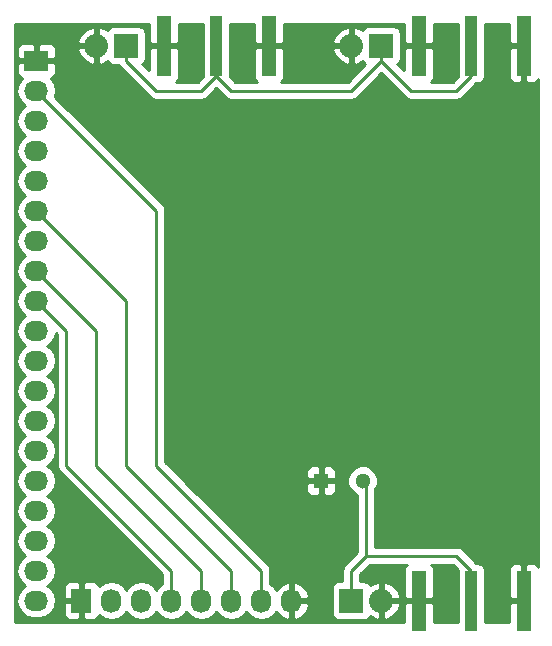
<source format=gtl>
G04 #@! TF.FileFunction,Copper,L1,Top,Signal*
%FSLAX46Y46*%
G04 Gerber Fmt 4.6, Leading zero omitted, Abs format (unit mm)*
G04 Created by KiCad (PCBNEW 4.0.4+e1-6308~48~ubuntu16.04.1-stable) date Fri Nov  4 19:44:09 2016*
%MOMM*%
%LPD*%
G01*
G04 APERTURE LIST*
%ADD10C,0.100000*%
%ADD11R,2.032000X2.032000*%
%ADD12O,2.032000X2.032000*%
%ADD13R,1.727200X2.032000*%
%ADD14O,1.727200X2.032000*%
%ADD15R,1.270000X5.080000*%
%ADD16R,1.016000X5.080000*%
%ADD17R,2.032000X1.727200*%
%ADD18O,2.032000X1.727200*%
%ADD19C,1.300000*%
%ADD20R,1.300000X1.300000*%
%ADD21C,0.250000*%
%ADD22C,0.254000*%
G04 APERTURE END LIST*
D10*
D11*
X87630000Y-134620000D03*
D12*
X90170000Y-134620000D03*
D13*
X64770000Y-134620000D03*
D14*
X67310000Y-134620000D03*
X69850000Y-134620000D03*
X72390000Y-134620000D03*
X74930000Y-134620000D03*
X77470000Y-134620000D03*
X80010000Y-134620000D03*
X82550000Y-134620000D03*
D15*
X93345000Y-134620000D03*
X102235000Y-134620000D03*
D16*
X97790000Y-134620000D03*
D11*
X68580000Y-87630000D03*
D12*
X66040000Y-87630000D03*
D11*
X90170000Y-87630000D03*
D12*
X87630000Y-87630000D03*
D15*
X102235000Y-87630000D03*
X93345000Y-87630000D03*
D16*
X97790000Y-87630000D03*
D15*
X80645000Y-87630000D03*
X71755000Y-87630000D03*
D16*
X76200000Y-87630000D03*
D17*
X60960000Y-88900000D03*
D18*
X60960000Y-91440000D03*
X60960000Y-93980000D03*
X60960000Y-96520000D03*
X60960000Y-99060000D03*
X60960000Y-101600000D03*
X60960000Y-104140000D03*
X60960000Y-106680000D03*
X60960000Y-109220000D03*
X60960000Y-111760000D03*
X60960000Y-114300000D03*
X60960000Y-116840000D03*
X60960000Y-119380000D03*
X60960000Y-121920000D03*
X60960000Y-124460000D03*
X60960000Y-127000000D03*
X60960000Y-129540000D03*
X60960000Y-132080000D03*
X60960000Y-134620000D03*
D19*
X88590000Y-124460000D03*
D20*
X85090000Y-124460000D03*
D21*
X60960000Y-91440000D02*
X71120000Y-101600000D01*
X71120000Y-101600000D02*
X71120000Y-123190000D01*
X80010000Y-132080000D02*
X80010000Y-134620000D01*
X71120000Y-123190000D02*
X80010000Y-132080000D01*
X60960000Y-101600000D02*
X68580000Y-109220000D01*
X68580000Y-109220000D02*
X68580000Y-123190000D01*
X77470000Y-132080000D02*
X77470000Y-134620000D01*
X68580000Y-123190000D02*
X77470000Y-132080000D01*
X60960000Y-106680000D02*
X64770000Y-110490000D01*
X64770000Y-110490000D02*
X66040000Y-111760000D01*
X74930000Y-132080000D02*
X74930000Y-134620000D01*
X66040000Y-123190000D02*
X74930000Y-132080000D01*
X66040000Y-111760000D02*
X66040000Y-123190000D01*
X72390000Y-132080000D02*
X72390000Y-134620000D01*
X63500000Y-123190000D02*
X72390000Y-132080000D01*
X60960000Y-109220000D02*
X63500000Y-111760000D01*
X63500000Y-111760000D02*
X63500000Y-123190000D01*
X96520000Y-91440000D02*
X97790000Y-90170000D01*
X92710000Y-91440000D02*
X96520000Y-91440000D01*
X76200000Y-90170000D02*
X77470000Y-91440000D01*
X77470000Y-91440000D02*
X87630000Y-91440000D01*
X71120000Y-91440000D02*
X74930000Y-91440000D01*
X74930000Y-91440000D02*
X76200000Y-90170000D01*
X90170000Y-87630000D02*
X90170000Y-88900000D01*
X90170000Y-88900000D02*
X92710000Y-91440000D01*
X97790000Y-90170000D02*
X97790000Y-87630000D01*
X76200000Y-87630000D02*
X76200000Y-90170000D01*
X87630000Y-91440000D02*
X90170000Y-88900000D01*
X68580000Y-87630000D02*
X68580000Y-88900000D01*
X68580000Y-88900000D02*
X71120000Y-91440000D01*
X88900000Y-130810000D02*
X88900000Y-124770000D01*
X88900000Y-124770000D02*
X88590000Y-124460000D01*
X87630000Y-134620000D02*
X87630000Y-132080000D01*
X96520000Y-130810000D02*
X97790000Y-132080000D01*
X88900000Y-130810000D02*
X96520000Y-130810000D01*
X87630000Y-132080000D02*
X88900000Y-130810000D01*
X97790000Y-132080000D02*
X97790000Y-134620000D01*
D22*
G36*
X70485000Y-87344250D02*
X70643750Y-87503000D01*
X71628000Y-87503000D01*
X71628000Y-87483000D01*
X71882000Y-87483000D01*
X71882000Y-87503000D01*
X72866250Y-87503000D01*
X73025000Y-87344250D01*
X73025000Y-85800000D01*
X75044560Y-85800000D01*
X75044560Y-90170000D01*
X75057330Y-90237868D01*
X74615198Y-90680000D01*
X72778025Y-90680000D01*
X72928327Y-90529699D01*
X73025000Y-90296310D01*
X73025000Y-87915750D01*
X72866250Y-87757000D01*
X71882000Y-87757000D01*
X71882000Y-87777000D01*
X71628000Y-87777000D01*
X71628000Y-87757000D01*
X70643750Y-87757000D01*
X70485000Y-87915750D01*
X70485000Y-89730198D01*
X69936366Y-89181564D01*
X70047441Y-89110090D01*
X70192431Y-88897890D01*
X70243440Y-88646000D01*
X70243440Y-86614000D01*
X70199162Y-86378683D01*
X70060090Y-86162559D01*
X69847890Y-86017569D01*
X69596000Y-85966560D01*
X67564000Y-85966560D01*
X67328683Y-86010838D01*
X67112559Y-86149910D01*
X67012144Y-86296872D01*
X67008379Y-86292812D01*
X66422946Y-86024017D01*
X66167000Y-86142633D01*
X66167000Y-87503000D01*
X66187000Y-87503000D01*
X66187000Y-87757000D01*
X66167000Y-87757000D01*
X66167000Y-89117367D01*
X66422946Y-89235983D01*
X67008379Y-88967188D01*
X67012934Y-88962276D01*
X67099910Y-89097441D01*
X67312110Y-89242431D01*
X67564000Y-89293440D01*
X67946408Y-89293440D01*
X68042599Y-89437401D01*
X70582599Y-91977401D01*
X70829160Y-92142148D01*
X70877414Y-92151746D01*
X71120000Y-92200000D01*
X74930000Y-92200000D01*
X75220839Y-92142148D01*
X75467401Y-91977401D01*
X76200000Y-91244802D01*
X76932599Y-91977401D01*
X77179160Y-92142148D01*
X77470000Y-92200000D01*
X87630000Y-92200000D01*
X87920839Y-92142148D01*
X88167401Y-91977401D01*
X90170000Y-89974802D01*
X92172599Y-91977401D01*
X92419160Y-92142148D01*
X92467414Y-92151746D01*
X92710000Y-92200000D01*
X96520000Y-92200000D01*
X96810839Y-92142148D01*
X97057401Y-91977401D01*
X98217362Y-90817440D01*
X98298000Y-90817440D01*
X98533317Y-90773162D01*
X98749441Y-90634090D01*
X98894431Y-90421890D01*
X98945440Y-90170000D01*
X98945440Y-87915750D01*
X100965000Y-87915750D01*
X100965000Y-90296310D01*
X101061673Y-90529699D01*
X101240302Y-90708327D01*
X101473691Y-90805000D01*
X101949250Y-90805000D01*
X102108000Y-90646250D01*
X102108000Y-87757000D01*
X101123750Y-87757000D01*
X100965000Y-87915750D01*
X98945440Y-87915750D01*
X98945440Y-85800000D01*
X100965000Y-85800000D01*
X100965000Y-87344250D01*
X101123750Y-87503000D01*
X102108000Y-87503000D01*
X102108000Y-87483000D01*
X102362000Y-87483000D01*
X102362000Y-87503000D01*
X102382000Y-87503000D01*
X102382000Y-87757000D01*
X102362000Y-87757000D01*
X102362000Y-90646250D01*
X102520750Y-90805000D01*
X102996309Y-90805000D01*
X103229698Y-90708327D01*
X103408327Y-90529699D01*
X103430000Y-90477376D01*
X103430000Y-131772624D01*
X103408327Y-131720301D01*
X103229698Y-131541673D01*
X102996309Y-131445000D01*
X102520750Y-131445000D01*
X102362000Y-131603750D01*
X102362000Y-134493000D01*
X102382000Y-134493000D01*
X102382000Y-134747000D01*
X102362000Y-134747000D01*
X102362000Y-134767000D01*
X102108000Y-134767000D01*
X102108000Y-134747000D01*
X101123750Y-134747000D01*
X100965000Y-134905750D01*
X100965000Y-136450000D01*
X98945440Y-136450000D01*
X98945440Y-132080000D01*
X98921674Y-131953690D01*
X100965000Y-131953690D01*
X100965000Y-134334250D01*
X101123750Y-134493000D01*
X102108000Y-134493000D01*
X102108000Y-131603750D01*
X101949250Y-131445000D01*
X101473691Y-131445000D01*
X101240302Y-131541673D01*
X101061673Y-131720301D01*
X100965000Y-131953690D01*
X98921674Y-131953690D01*
X98901162Y-131844683D01*
X98762090Y-131628559D01*
X98549890Y-131483569D01*
X98298000Y-131432560D01*
X98217362Y-131432560D01*
X97057401Y-130272599D01*
X96810839Y-130107852D01*
X96520000Y-130050000D01*
X89660000Y-130050000D01*
X89660000Y-125207547D01*
X89678735Y-125188845D01*
X89874777Y-124716724D01*
X89875223Y-124205519D01*
X89680005Y-123733057D01*
X89318845Y-123371265D01*
X88846724Y-123175223D01*
X88335519Y-123174777D01*
X87863057Y-123369995D01*
X87501265Y-123731155D01*
X87305223Y-124203276D01*
X87304777Y-124714481D01*
X87499995Y-125186943D01*
X87861155Y-125548735D01*
X88140000Y-125664522D01*
X88140000Y-130495198D01*
X87092599Y-131542599D01*
X86927852Y-131789161D01*
X86870000Y-132080000D01*
X86870000Y-132956560D01*
X86614000Y-132956560D01*
X86378683Y-133000838D01*
X86162559Y-133139910D01*
X86017569Y-133352110D01*
X85966560Y-133604000D01*
X85966560Y-135636000D01*
X86010838Y-135871317D01*
X86149910Y-136087441D01*
X86362110Y-136232431D01*
X86614000Y-136283440D01*
X88646000Y-136283440D01*
X88881317Y-136239162D01*
X89097441Y-136100090D01*
X89197856Y-135953128D01*
X89201621Y-135957188D01*
X89787054Y-136225983D01*
X90043000Y-136107367D01*
X90043000Y-134747000D01*
X90297000Y-134747000D01*
X90297000Y-136107367D01*
X90552946Y-136225983D01*
X91138379Y-135957188D01*
X91576385Y-135484818D01*
X91775975Y-135002944D01*
X91656836Y-134747000D01*
X90297000Y-134747000D01*
X90043000Y-134747000D01*
X90023000Y-134747000D01*
X90023000Y-134493000D01*
X90043000Y-134493000D01*
X90043000Y-133132633D01*
X90297000Y-133132633D01*
X90297000Y-134493000D01*
X91656836Y-134493000D01*
X91775975Y-134237056D01*
X91576385Y-133755182D01*
X91138379Y-133282812D01*
X90552946Y-133014017D01*
X90297000Y-133132633D01*
X90043000Y-133132633D01*
X89787054Y-133014017D01*
X89201621Y-133282812D01*
X89197066Y-133287724D01*
X89110090Y-133152559D01*
X88897890Y-133007569D01*
X88646000Y-132956560D01*
X88390000Y-132956560D01*
X88390000Y-132394802D01*
X89214802Y-131570000D01*
X92321975Y-131570000D01*
X92171673Y-131720301D01*
X92075000Y-131953690D01*
X92075000Y-134334250D01*
X92233750Y-134493000D01*
X93218000Y-134493000D01*
X93218000Y-134473000D01*
X93472000Y-134473000D01*
X93472000Y-134493000D01*
X94456250Y-134493000D01*
X94615000Y-134334250D01*
X94615000Y-131953690D01*
X94518327Y-131720301D01*
X94368025Y-131570000D01*
X96205198Y-131570000D01*
X96648140Y-132012942D01*
X96634560Y-132080000D01*
X96634560Y-136450000D01*
X94615000Y-136450000D01*
X94615000Y-134905750D01*
X94456250Y-134747000D01*
X93472000Y-134747000D01*
X93472000Y-134767000D01*
X93218000Y-134767000D01*
X93218000Y-134747000D01*
X92233750Y-134747000D01*
X92075000Y-134905750D01*
X92075000Y-136450000D01*
X59130000Y-136450000D01*
X59130000Y-91440000D01*
X59276655Y-91440000D01*
X59390729Y-92013489D01*
X59715585Y-92499670D01*
X60030366Y-92710000D01*
X59715585Y-92920330D01*
X59390729Y-93406511D01*
X59276655Y-93980000D01*
X59390729Y-94553489D01*
X59715585Y-95039670D01*
X60030366Y-95250000D01*
X59715585Y-95460330D01*
X59390729Y-95946511D01*
X59276655Y-96520000D01*
X59390729Y-97093489D01*
X59715585Y-97579670D01*
X60030366Y-97790000D01*
X59715585Y-98000330D01*
X59390729Y-98486511D01*
X59276655Y-99060000D01*
X59390729Y-99633489D01*
X59715585Y-100119670D01*
X60030366Y-100330000D01*
X59715585Y-100540330D01*
X59390729Y-101026511D01*
X59276655Y-101600000D01*
X59390729Y-102173489D01*
X59715585Y-102659670D01*
X60030366Y-102870000D01*
X59715585Y-103080330D01*
X59390729Y-103566511D01*
X59276655Y-104140000D01*
X59390729Y-104713489D01*
X59715585Y-105199670D01*
X60030366Y-105410000D01*
X59715585Y-105620330D01*
X59390729Y-106106511D01*
X59276655Y-106680000D01*
X59390729Y-107253489D01*
X59715585Y-107739670D01*
X60030366Y-107950000D01*
X59715585Y-108160330D01*
X59390729Y-108646511D01*
X59276655Y-109220000D01*
X59390729Y-109793489D01*
X59715585Y-110279670D01*
X60030366Y-110490000D01*
X59715585Y-110700330D01*
X59390729Y-111186511D01*
X59276655Y-111760000D01*
X59390729Y-112333489D01*
X59715585Y-112819670D01*
X60030366Y-113030000D01*
X59715585Y-113240330D01*
X59390729Y-113726511D01*
X59276655Y-114300000D01*
X59390729Y-114873489D01*
X59715585Y-115359670D01*
X60030366Y-115570000D01*
X59715585Y-115780330D01*
X59390729Y-116266511D01*
X59276655Y-116840000D01*
X59390729Y-117413489D01*
X59715585Y-117899670D01*
X60030366Y-118110000D01*
X59715585Y-118320330D01*
X59390729Y-118806511D01*
X59276655Y-119380000D01*
X59390729Y-119953489D01*
X59715585Y-120439670D01*
X60030366Y-120650000D01*
X59715585Y-120860330D01*
X59390729Y-121346511D01*
X59276655Y-121920000D01*
X59390729Y-122493489D01*
X59715585Y-122979670D01*
X60030366Y-123190000D01*
X59715585Y-123400330D01*
X59390729Y-123886511D01*
X59276655Y-124460000D01*
X59390729Y-125033489D01*
X59715585Y-125519670D01*
X60030366Y-125730000D01*
X59715585Y-125940330D01*
X59390729Y-126426511D01*
X59276655Y-127000000D01*
X59390729Y-127573489D01*
X59715585Y-128059670D01*
X60030366Y-128270000D01*
X59715585Y-128480330D01*
X59390729Y-128966511D01*
X59276655Y-129540000D01*
X59390729Y-130113489D01*
X59715585Y-130599670D01*
X60030366Y-130810000D01*
X59715585Y-131020330D01*
X59390729Y-131506511D01*
X59276655Y-132080000D01*
X59390729Y-132653489D01*
X59715585Y-133139670D01*
X60030366Y-133350000D01*
X59715585Y-133560330D01*
X59390729Y-134046511D01*
X59276655Y-134620000D01*
X59390729Y-135193489D01*
X59715585Y-135679670D01*
X60201766Y-136004526D01*
X60775255Y-136118600D01*
X61144745Y-136118600D01*
X61718234Y-136004526D01*
X62204415Y-135679670D01*
X62529271Y-135193489D01*
X62586505Y-134905750D01*
X63271400Y-134905750D01*
X63271400Y-135762310D01*
X63368073Y-135995699D01*
X63546702Y-136174327D01*
X63780091Y-136271000D01*
X64484250Y-136271000D01*
X64643000Y-136112250D01*
X64643000Y-134747000D01*
X63430150Y-134747000D01*
X63271400Y-134905750D01*
X62586505Y-134905750D01*
X62643345Y-134620000D01*
X62529271Y-134046511D01*
X62204415Y-133560330D01*
X62080736Y-133477690D01*
X63271400Y-133477690D01*
X63271400Y-134334250D01*
X63430150Y-134493000D01*
X64643000Y-134493000D01*
X64643000Y-133127750D01*
X64484250Y-132969000D01*
X63780091Y-132969000D01*
X63546702Y-133065673D01*
X63368073Y-133244301D01*
X63271400Y-133477690D01*
X62080736Y-133477690D01*
X61889634Y-133350000D01*
X62204415Y-133139670D01*
X62529271Y-132653489D01*
X62643345Y-132080000D01*
X62529271Y-131506511D01*
X62204415Y-131020330D01*
X61889634Y-130810000D01*
X62204415Y-130599670D01*
X62529271Y-130113489D01*
X62643345Y-129540000D01*
X62529271Y-128966511D01*
X62204415Y-128480330D01*
X61889634Y-128270000D01*
X62204415Y-128059670D01*
X62529271Y-127573489D01*
X62643345Y-127000000D01*
X62529271Y-126426511D01*
X62204415Y-125940330D01*
X61889634Y-125730000D01*
X62204415Y-125519670D01*
X62529271Y-125033489D01*
X62643345Y-124460000D01*
X62529271Y-123886511D01*
X62204415Y-123400330D01*
X61889634Y-123190000D01*
X62204415Y-122979670D01*
X62529271Y-122493489D01*
X62643345Y-121920000D01*
X62529271Y-121346511D01*
X62204415Y-120860330D01*
X61889634Y-120650000D01*
X62204415Y-120439670D01*
X62529271Y-119953489D01*
X62643345Y-119380000D01*
X62529271Y-118806511D01*
X62204415Y-118320330D01*
X61889634Y-118110000D01*
X62204415Y-117899670D01*
X62529271Y-117413489D01*
X62643345Y-116840000D01*
X62529271Y-116266511D01*
X62204415Y-115780330D01*
X61889634Y-115570000D01*
X62204415Y-115359670D01*
X62529271Y-114873489D01*
X62643345Y-114300000D01*
X62529271Y-113726511D01*
X62204415Y-113240330D01*
X61889634Y-113030000D01*
X62204415Y-112819670D01*
X62529271Y-112333489D01*
X62607152Y-111941954D01*
X62740000Y-112074802D01*
X62740000Y-123190000D01*
X62797852Y-123480839D01*
X62962599Y-123727401D01*
X71630000Y-132394802D01*
X71630000Y-133175352D01*
X71330330Y-133375585D01*
X71120000Y-133690366D01*
X70909670Y-133375585D01*
X70423489Y-133050729D01*
X69850000Y-132936655D01*
X69276511Y-133050729D01*
X68790330Y-133375585D01*
X68580000Y-133690366D01*
X68369670Y-133375585D01*
X67883489Y-133050729D01*
X67310000Y-132936655D01*
X66736511Y-133050729D01*
X66250330Y-133375585D01*
X66235500Y-133397780D01*
X66171927Y-133244301D01*
X65993298Y-133065673D01*
X65759909Y-132969000D01*
X65055750Y-132969000D01*
X64897000Y-133127750D01*
X64897000Y-134493000D01*
X64917000Y-134493000D01*
X64917000Y-134747000D01*
X64897000Y-134747000D01*
X64897000Y-136112250D01*
X65055750Y-136271000D01*
X65759909Y-136271000D01*
X65993298Y-136174327D01*
X66171927Y-135995699D01*
X66235500Y-135842220D01*
X66250330Y-135864415D01*
X66736511Y-136189271D01*
X67310000Y-136303345D01*
X67883489Y-136189271D01*
X68369670Y-135864415D01*
X68580000Y-135549634D01*
X68790330Y-135864415D01*
X69276511Y-136189271D01*
X69850000Y-136303345D01*
X70423489Y-136189271D01*
X70909670Y-135864415D01*
X71120000Y-135549634D01*
X71330330Y-135864415D01*
X71816511Y-136189271D01*
X72390000Y-136303345D01*
X72963489Y-136189271D01*
X73449670Y-135864415D01*
X73660000Y-135549634D01*
X73870330Y-135864415D01*
X74356511Y-136189271D01*
X74930000Y-136303345D01*
X75503489Y-136189271D01*
X75989670Y-135864415D01*
X76200000Y-135549634D01*
X76410330Y-135864415D01*
X76896511Y-136189271D01*
X77470000Y-136303345D01*
X78043489Y-136189271D01*
X78529670Y-135864415D01*
X78740000Y-135549634D01*
X78950330Y-135864415D01*
X79436511Y-136189271D01*
X80010000Y-136303345D01*
X80583489Y-136189271D01*
X81069670Y-135864415D01*
X81276461Y-135554931D01*
X81647964Y-135970732D01*
X82175209Y-136224709D01*
X82190974Y-136227358D01*
X82423000Y-136106217D01*
X82423000Y-134747000D01*
X82677000Y-134747000D01*
X82677000Y-136106217D01*
X82909026Y-136227358D01*
X82924791Y-136224709D01*
X83452036Y-135970732D01*
X83841954Y-135534320D01*
X84035184Y-134981913D01*
X83890924Y-134747000D01*
X82677000Y-134747000D01*
X82423000Y-134747000D01*
X82403000Y-134747000D01*
X82403000Y-134493000D01*
X82423000Y-134493000D01*
X82423000Y-133133783D01*
X82677000Y-133133783D01*
X82677000Y-134493000D01*
X83890924Y-134493000D01*
X84035184Y-134258087D01*
X83841954Y-133705680D01*
X83452036Y-133269268D01*
X82924791Y-133015291D01*
X82909026Y-133012642D01*
X82677000Y-133133783D01*
X82423000Y-133133783D01*
X82190974Y-133012642D01*
X82175209Y-133015291D01*
X81647964Y-133269268D01*
X81276461Y-133685069D01*
X81069670Y-133375585D01*
X80770000Y-133175352D01*
X80770000Y-132080000D01*
X80712148Y-131789161D01*
X80547401Y-131542599D01*
X73750552Y-124745750D01*
X83805000Y-124745750D01*
X83805000Y-125236310D01*
X83901673Y-125469699D01*
X84080302Y-125648327D01*
X84313691Y-125745000D01*
X84804250Y-125745000D01*
X84963000Y-125586250D01*
X84963000Y-124587000D01*
X85217000Y-124587000D01*
X85217000Y-125586250D01*
X85375750Y-125745000D01*
X85866309Y-125745000D01*
X86099698Y-125648327D01*
X86278327Y-125469699D01*
X86375000Y-125236310D01*
X86375000Y-124745750D01*
X86216250Y-124587000D01*
X85217000Y-124587000D01*
X84963000Y-124587000D01*
X83963750Y-124587000D01*
X83805000Y-124745750D01*
X73750552Y-124745750D01*
X72688492Y-123683690D01*
X83805000Y-123683690D01*
X83805000Y-124174250D01*
X83963750Y-124333000D01*
X84963000Y-124333000D01*
X84963000Y-123333750D01*
X85217000Y-123333750D01*
X85217000Y-124333000D01*
X86216250Y-124333000D01*
X86375000Y-124174250D01*
X86375000Y-123683690D01*
X86278327Y-123450301D01*
X86099698Y-123271673D01*
X85866309Y-123175000D01*
X85375750Y-123175000D01*
X85217000Y-123333750D01*
X84963000Y-123333750D01*
X84804250Y-123175000D01*
X84313691Y-123175000D01*
X84080302Y-123271673D01*
X83901673Y-123450301D01*
X83805000Y-123683690D01*
X72688492Y-123683690D01*
X71880000Y-122875198D01*
X71880000Y-101600000D01*
X71822148Y-101309161D01*
X71657401Y-101062599D01*
X62542381Y-91947579D01*
X62643345Y-91440000D01*
X62529271Y-90866511D01*
X62204415Y-90380330D01*
X62182220Y-90365500D01*
X62335699Y-90301927D01*
X62514327Y-90123298D01*
X62611000Y-89889909D01*
X62611000Y-89185750D01*
X62452250Y-89027000D01*
X61087000Y-89027000D01*
X61087000Y-89047000D01*
X60833000Y-89047000D01*
X60833000Y-89027000D01*
X59467750Y-89027000D01*
X59309000Y-89185750D01*
X59309000Y-89889909D01*
X59405673Y-90123298D01*
X59584301Y-90301927D01*
X59737780Y-90365500D01*
X59715585Y-90380330D01*
X59390729Y-90866511D01*
X59276655Y-91440000D01*
X59130000Y-91440000D01*
X59130000Y-87910091D01*
X59309000Y-87910091D01*
X59309000Y-88614250D01*
X59467750Y-88773000D01*
X60833000Y-88773000D01*
X60833000Y-87560150D01*
X61087000Y-87560150D01*
X61087000Y-88773000D01*
X62452250Y-88773000D01*
X62611000Y-88614250D01*
X62611000Y-88012944D01*
X64434025Y-88012944D01*
X64633615Y-88494818D01*
X65071621Y-88967188D01*
X65657054Y-89235983D01*
X65913000Y-89117367D01*
X65913000Y-87757000D01*
X64553164Y-87757000D01*
X64434025Y-88012944D01*
X62611000Y-88012944D01*
X62611000Y-87910091D01*
X62514327Y-87676702D01*
X62335699Y-87498073D01*
X62102310Y-87401400D01*
X61245750Y-87401400D01*
X61087000Y-87560150D01*
X60833000Y-87560150D01*
X60674250Y-87401400D01*
X59817690Y-87401400D01*
X59584301Y-87498073D01*
X59405673Y-87676702D01*
X59309000Y-87910091D01*
X59130000Y-87910091D01*
X59130000Y-87247056D01*
X64434025Y-87247056D01*
X64553164Y-87503000D01*
X65913000Y-87503000D01*
X65913000Y-86142633D01*
X65657054Y-86024017D01*
X65071621Y-86292812D01*
X64633615Y-86765182D01*
X64434025Y-87247056D01*
X59130000Y-87247056D01*
X59130000Y-85800000D01*
X70485000Y-85800000D01*
X70485000Y-87344250D01*
X70485000Y-87344250D01*
G37*
X70485000Y-87344250D02*
X70643750Y-87503000D01*
X71628000Y-87503000D01*
X71628000Y-87483000D01*
X71882000Y-87483000D01*
X71882000Y-87503000D01*
X72866250Y-87503000D01*
X73025000Y-87344250D01*
X73025000Y-85800000D01*
X75044560Y-85800000D01*
X75044560Y-90170000D01*
X75057330Y-90237868D01*
X74615198Y-90680000D01*
X72778025Y-90680000D01*
X72928327Y-90529699D01*
X73025000Y-90296310D01*
X73025000Y-87915750D01*
X72866250Y-87757000D01*
X71882000Y-87757000D01*
X71882000Y-87777000D01*
X71628000Y-87777000D01*
X71628000Y-87757000D01*
X70643750Y-87757000D01*
X70485000Y-87915750D01*
X70485000Y-89730198D01*
X69936366Y-89181564D01*
X70047441Y-89110090D01*
X70192431Y-88897890D01*
X70243440Y-88646000D01*
X70243440Y-86614000D01*
X70199162Y-86378683D01*
X70060090Y-86162559D01*
X69847890Y-86017569D01*
X69596000Y-85966560D01*
X67564000Y-85966560D01*
X67328683Y-86010838D01*
X67112559Y-86149910D01*
X67012144Y-86296872D01*
X67008379Y-86292812D01*
X66422946Y-86024017D01*
X66167000Y-86142633D01*
X66167000Y-87503000D01*
X66187000Y-87503000D01*
X66187000Y-87757000D01*
X66167000Y-87757000D01*
X66167000Y-89117367D01*
X66422946Y-89235983D01*
X67008379Y-88967188D01*
X67012934Y-88962276D01*
X67099910Y-89097441D01*
X67312110Y-89242431D01*
X67564000Y-89293440D01*
X67946408Y-89293440D01*
X68042599Y-89437401D01*
X70582599Y-91977401D01*
X70829160Y-92142148D01*
X70877414Y-92151746D01*
X71120000Y-92200000D01*
X74930000Y-92200000D01*
X75220839Y-92142148D01*
X75467401Y-91977401D01*
X76200000Y-91244802D01*
X76932599Y-91977401D01*
X77179160Y-92142148D01*
X77470000Y-92200000D01*
X87630000Y-92200000D01*
X87920839Y-92142148D01*
X88167401Y-91977401D01*
X90170000Y-89974802D01*
X92172599Y-91977401D01*
X92419160Y-92142148D01*
X92467414Y-92151746D01*
X92710000Y-92200000D01*
X96520000Y-92200000D01*
X96810839Y-92142148D01*
X97057401Y-91977401D01*
X98217362Y-90817440D01*
X98298000Y-90817440D01*
X98533317Y-90773162D01*
X98749441Y-90634090D01*
X98894431Y-90421890D01*
X98945440Y-90170000D01*
X98945440Y-87915750D01*
X100965000Y-87915750D01*
X100965000Y-90296310D01*
X101061673Y-90529699D01*
X101240302Y-90708327D01*
X101473691Y-90805000D01*
X101949250Y-90805000D01*
X102108000Y-90646250D01*
X102108000Y-87757000D01*
X101123750Y-87757000D01*
X100965000Y-87915750D01*
X98945440Y-87915750D01*
X98945440Y-85800000D01*
X100965000Y-85800000D01*
X100965000Y-87344250D01*
X101123750Y-87503000D01*
X102108000Y-87503000D01*
X102108000Y-87483000D01*
X102362000Y-87483000D01*
X102362000Y-87503000D01*
X102382000Y-87503000D01*
X102382000Y-87757000D01*
X102362000Y-87757000D01*
X102362000Y-90646250D01*
X102520750Y-90805000D01*
X102996309Y-90805000D01*
X103229698Y-90708327D01*
X103408327Y-90529699D01*
X103430000Y-90477376D01*
X103430000Y-131772624D01*
X103408327Y-131720301D01*
X103229698Y-131541673D01*
X102996309Y-131445000D01*
X102520750Y-131445000D01*
X102362000Y-131603750D01*
X102362000Y-134493000D01*
X102382000Y-134493000D01*
X102382000Y-134747000D01*
X102362000Y-134747000D01*
X102362000Y-134767000D01*
X102108000Y-134767000D01*
X102108000Y-134747000D01*
X101123750Y-134747000D01*
X100965000Y-134905750D01*
X100965000Y-136450000D01*
X98945440Y-136450000D01*
X98945440Y-132080000D01*
X98921674Y-131953690D01*
X100965000Y-131953690D01*
X100965000Y-134334250D01*
X101123750Y-134493000D01*
X102108000Y-134493000D01*
X102108000Y-131603750D01*
X101949250Y-131445000D01*
X101473691Y-131445000D01*
X101240302Y-131541673D01*
X101061673Y-131720301D01*
X100965000Y-131953690D01*
X98921674Y-131953690D01*
X98901162Y-131844683D01*
X98762090Y-131628559D01*
X98549890Y-131483569D01*
X98298000Y-131432560D01*
X98217362Y-131432560D01*
X97057401Y-130272599D01*
X96810839Y-130107852D01*
X96520000Y-130050000D01*
X89660000Y-130050000D01*
X89660000Y-125207547D01*
X89678735Y-125188845D01*
X89874777Y-124716724D01*
X89875223Y-124205519D01*
X89680005Y-123733057D01*
X89318845Y-123371265D01*
X88846724Y-123175223D01*
X88335519Y-123174777D01*
X87863057Y-123369995D01*
X87501265Y-123731155D01*
X87305223Y-124203276D01*
X87304777Y-124714481D01*
X87499995Y-125186943D01*
X87861155Y-125548735D01*
X88140000Y-125664522D01*
X88140000Y-130495198D01*
X87092599Y-131542599D01*
X86927852Y-131789161D01*
X86870000Y-132080000D01*
X86870000Y-132956560D01*
X86614000Y-132956560D01*
X86378683Y-133000838D01*
X86162559Y-133139910D01*
X86017569Y-133352110D01*
X85966560Y-133604000D01*
X85966560Y-135636000D01*
X86010838Y-135871317D01*
X86149910Y-136087441D01*
X86362110Y-136232431D01*
X86614000Y-136283440D01*
X88646000Y-136283440D01*
X88881317Y-136239162D01*
X89097441Y-136100090D01*
X89197856Y-135953128D01*
X89201621Y-135957188D01*
X89787054Y-136225983D01*
X90043000Y-136107367D01*
X90043000Y-134747000D01*
X90297000Y-134747000D01*
X90297000Y-136107367D01*
X90552946Y-136225983D01*
X91138379Y-135957188D01*
X91576385Y-135484818D01*
X91775975Y-135002944D01*
X91656836Y-134747000D01*
X90297000Y-134747000D01*
X90043000Y-134747000D01*
X90023000Y-134747000D01*
X90023000Y-134493000D01*
X90043000Y-134493000D01*
X90043000Y-133132633D01*
X90297000Y-133132633D01*
X90297000Y-134493000D01*
X91656836Y-134493000D01*
X91775975Y-134237056D01*
X91576385Y-133755182D01*
X91138379Y-133282812D01*
X90552946Y-133014017D01*
X90297000Y-133132633D01*
X90043000Y-133132633D01*
X89787054Y-133014017D01*
X89201621Y-133282812D01*
X89197066Y-133287724D01*
X89110090Y-133152559D01*
X88897890Y-133007569D01*
X88646000Y-132956560D01*
X88390000Y-132956560D01*
X88390000Y-132394802D01*
X89214802Y-131570000D01*
X92321975Y-131570000D01*
X92171673Y-131720301D01*
X92075000Y-131953690D01*
X92075000Y-134334250D01*
X92233750Y-134493000D01*
X93218000Y-134493000D01*
X93218000Y-134473000D01*
X93472000Y-134473000D01*
X93472000Y-134493000D01*
X94456250Y-134493000D01*
X94615000Y-134334250D01*
X94615000Y-131953690D01*
X94518327Y-131720301D01*
X94368025Y-131570000D01*
X96205198Y-131570000D01*
X96648140Y-132012942D01*
X96634560Y-132080000D01*
X96634560Y-136450000D01*
X94615000Y-136450000D01*
X94615000Y-134905750D01*
X94456250Y-134747000D01*
X93472000Y-134747000D01*
X93472000Y-134767000D01*
X93218000Y-134767000D01*
X93218000Y-134747000D01*
X92233750Y-134747000D01*
X92075000Y-134905750D01*
X92075000Y-136450000D01*
X59130000Y-136450000D01*
X59130000Y-91440000D01*
X59276655Y-91440000D01*
X59390729Y-92013489D01*
X59715585Y-92499670D01*
X60030366Y-92710000D01*
X59715585Y-92920330D01*
X59390729Y-93406511D01*
X59276655Y-93980000D01*
X59390729Y-94553489D01*
X59715585Y-95039670D01*
X60030366Y-95250000D01*
X59715585Y-95460330D01*
X59390729Y-95946511D01*
X59276655Y-96520000D01*
X59390729Y-97093489D01*
X59715585Y-97579670D01*
X60030366Y-97790000D01*
X59715585Y-98000330D01*
X59390729Y-98486511D01*
X59276655Y-99060000D01*
X59390729Y-99633489D01*
X59715585Y-100119670D01*
X60030366Y-100330000D01*
X59715585Y-100540330D01*
X59390729Y-101026511D01*
X59276655Y-101600000D01*
X59390729Y-102173489D01*
X59715585Y-102659670D01*
X60030366Y-102870000D01*
X59715585Y-103080330D01*
X59390729Y-103566511D01*
X59276655Y-104140000D01*
X59390729Y-104713489D01*
X59715585Y-105199670D01*
X60030366Y-105410000D01*
X59715585Y-105620330D01*
X59390729Y-106106511D01*
X59276655Y-106680000D01*
X59390729Y-107253489D01*
X59715585Y-107739670D01*
X60030366Y-107950000D01*
X59715585Y-108160330D01*
X59390729Y-108646511D01*
X59276655Y-109220000D01*
X59390729Y-109793489D01*
X59715585Y-110279670D01*
X60030366Y-110490000D01*
X59715585Y-110700330D01*
X59390729Y-111186511D01*
X59276655Y-111760000D01*
X59390729Y-112333489D01*
X59715585Y-112819670D01*
X60030366Y-113030000D01*
X59715585Y-113240330D01*
X59390729Y-113726511D01*
X59276655Y-114300000D01*
X59390729Y-114873489D01*
X59715585Y-115359670D01*
X60030366Y-115570000D01*
X59715585Y-115780330D01*
X59390729Y-116266511D01*
X59276655Y-116840000D01*
X59390729Y-117413489D01*
X59715585Y-117899670D01*
X60030366Y-118110000D01*
X59715585Y-118320330D01*
X59390729Y-118806511D01*
X59276655Y-119380000D01*
X59390729Y-119953489D01*
X59715585Y-120439670D01*
X60030366Y-120650000D01*
X59715585Y-120860330D01*
X59390729Y-121346511D01*
X59276655Y-121920000D01*
X59390729Y-122493489D01*
X59715585Y-122979670D01*
X60030366Y-123190000D01*
X59715585Y-123400330D01*
X59390729Y-123886511D01*
X59276655Y-124460000D01*
X59390729Y-125033489D01*
X59715585Y-125519670D01*
X60030366Y-125730000D01*
X59715585Y-125940330D01*
X59390729Y-126426511D01*
X59276655Y-127000000D01*
X59390729Y-127573489D01*
X59715585Y-128059670D01*
X60030366Y-128270000D01*
X59715585Y-128480330D01*
X59390729Y-128966511D01*
X59276655Y-129540000D01*
X59390729Y-130113489D01*
X59715585Y-130599670D01*
X60030366Y-130810000D01*
X59715585Y-131020330D01*
X59390729Y-131506511D01*
X59276655Y-132080000D01*
X59390729Y-132653489D01*
X59715585Y-133139670D01*
X60030366Y-133350000D01*
X59715585Y-133560330D01*
X59390729Y-134046511D01*
X59276655Y-134620000D01*
X59390729Y-135193489D01*
X59715585Y-135679670D01*
X60201766Y-136004526D01*
X60775255Y-136118600D01*
X61144745Y-136118600D01*
X61718234Y-136004526D01*
X62204415Y-135679670D01*
X62529271Y-135193489D01*
X62586505Y-134905750D01*
X63271400Y-134905750D01*
X63271400Y-135762310D01*
X63368073Y-135995699D01*
X63546702Y-136174327D01*
X63780091Y-136271000D01*
X64484250Y-136271000D01*
X64643000Y-136112250D01*
X64643000Y-134747000D01*
X63430150Y-134747000D01*
X63271400Y-134905750D01*
X62586505Y-134905750D01*
X62643345Y-134620000D01*
X62529271Y-134046511D01*
X62204415Y-133560330D01*
X62080736Y-133477690D01*
X63271400Y-133477690D01*
X63271400Y-134334250D01*
X63430150Y-134493000D01*
X64643000Y-134493000D01*
X64643000Y-133127750D01*
X64484250Y-132969000D01*
X63780091Y-132969000D01*
X63546702Y-133065673D01*
X63368073Y-133244301D01*
X63271400Y-133477690D01*
X62080736Y-133477690D01*
X61889634Y-133350000D01*
X62204415Y-133139670D01*
X62529271Y-132653489D01*
X62643345Y-132080000D01*
X62529271Y-131506511D01*
X62204415Y-131020330D01*
X61889634Y-130810000D01*
X62204415Y-130599670D01*
X62529271Y-130113489D01*
X62643345Y-129540000D01*
X62529271Y-128966511D01*
X62204415Y-128480330D01*
X61889634Y-128270000D01*
X62204415Y-128059670D01*
X62529271Y-127573489D01*
X62643345Y-127000000D01*
X62529271Y-126426511D01*
X62204415Y-125940330D01*
X61889634Y-125730000D01*
X62204415Y-125519670D01*
X62529271Y-125033489D01*
X62643345Y-124460000D01*
X62529271Y-123886511D01*
X62204415Y-123400330D01*
X61889634Y-123190000D01*
X62204415Y-122979670D01*
X62529271Y-122493489D01*
X62643345Y-121920000D01*
X62529271Y-121346511D01*
X62204415Y-120860330D01*
X61889634Y-120650000D01*
X62204415Y-120439670D01*
X62529271Y-119953489D01*
X62643345Y-119380000D01*
X62529271Y-118806511D01*
X62204415Y-118320330D01*
X61889634Y-118110000D01*
X62204415Y-117899670D01*
X62529271Y-117413489D01*
X62643345Y-116840000D01*
X62529271Y-116266511D01*
X62204415Y-115780330D01*
X61889634Y-115570000D01*
X62204415Y-115359670D01*
X62529271Y-114873489D01*
X62643345Y-114300000D01*
X62529271Y-113726511D01*
X62204415Y-113240330D01*
X61889634Y-113030000D01*
X62204415Y-112819670D01*
X62529271Y-112333489D01*
X62607152Y-111941954D01*
X62740000Y-112074802D01*
X62740000Y-123190000D01*
X62797852Y-123480839D01*
X62962599Y-123727401D01*
X71630000Y-132394802D01*
X71630000Y-133175352D01*
X71330330Y-133375585D01*
X71120000Y-133690366D01*
X70909670Y-133375585D01*
X70423489Y-133050729D01*
X69850000Y-132936655D01*
X69276511Y-133050729D01*
X68790330Y-133375585D01*
X68580000Y-133690366D01*
X68369670Y-133375585D01*
X67883489Y-133050729D01*
X67310000Y-132936655D01*
X66736511Y-133050729D01*
X66250330Y-133375585D01*
X66235500Y-133397780D01*
X66171927Y-133244301D01*
X65993298Y-133065673D01*
X65759909Y-132969000D01*
X65055750Y-132969000D01*
X64897000Y-133127750D01*
X64897000Y-134493000D01*
X64917000Y-134493000D01*
X64917000Y-134747000D01*
X64897000Y-134747000D01*
X64897000Y-136112250D01*
X65055750Y-136271000D01*
X65759909Y-136271000D01*
X65993298Y-136174327D01*
X66171927Y-135995699D01*
X66235500Y-135842220D01*
X66250330Y-135864415D01*
X66736511Y-136189271D01*
X67310000Y-136303345D01*
X67883489Y-136189271D01*
X68369670Y-135864415D01*
X68580000Y-135549634D01*
X68790330Y-135864415D01*
X69276511Y-136189271D01*
X69850000Y-136303345D01*
X70423489Y-136189271D01*
X70909670Y-135864415D01*
X71120000Y-135549634D01*
X71330330Y-135864415D01*
X71816511Y-136189271D01*
X72390000Y-136303345D01*
X72963489Y-136189271D01*
X73449670Y-135864415D01*
X73660000Y-135549634D01*
X73870330Y-135864415D01*
X74356511Y-136189271D01*
X74930000Y-136303345D01*
X75503489Y-136189271D01*
X75989670Y-135864415D01*
X76200000Y-135549634D01*
X76410330Y-135864415D01*
X76896511Y-136189271D01*
X77470000Y-136303345D01*
X78043489Y-136189271D01*
X78529670Y-135864415D01*
X78740000Y-135549634D01*
X78950330Y-135864415D01*
X79436511Y-136189271D01*
X80010000Y-136303345D01*
X80583489Y-136189271D01*
X81069670Y-135864415D01*
X81276461Y-135554931D01*
X81647964Y-135970732D01*
X82175209Y-136224709D01*
X82190974Y-136227358D01*
X82423000Y-136106217D01*
X82423000Y-134747000D01*
X82677000Y-134747000D01*
X82677000Y-136106217D01*
X82909026Y-136227358D01*
X82924791Y-136224709D01*
X83452036Y-135970732D01*
X83841954Y-135534320D01*
X84035184Y-134981913D01*
X83890924Y-134747000D01*
X82677000Y-134747000D01*
X82423000Y-134747000D01*
X82403000Y-134747000D01*
X82403000Y-134493000D01*
X82423000Y-134493000D01*
X82423000Y-133133783D01*
X82677000Y-133133783D01*
X82677000Y-134493000D01*
X83890924Y-134493000D01*
X84035184Y-134258087D01*
X83841954Y-133705680D01*
X83452036Y-133269268D01*
X82924791Y-133015291D01*
X82909026Y-133012642D01*
X82677000Y-133133783D01*
X82423000Y-133133783D01*
X82190974Y-133012642D01*
X82175209Y-133015291D01*
X81647964Y-133269268D01*
X81276461Y-133685069D01*
X81069670Y-133375585D01*
X80770000Y-133175352D01*
X80770000Y-132080000D01*
X80712148Y-131789161D01*
X80547401Y-131542599D01*
X73750552Y-124745750D01*
X83805000Y-124745750D01*
X83805000Y-125236310D01*
X83901673Y-125469699D01*
X84080302Y-125648327D01*
X84313691Y-125745000D01*
X84804250Y-125745000D01*
X84963000Y-125586250D01*
X84963000Y-124587000D01*
X85217000Y-124587000D01*
X85217000Y-125586250D01*
X85375750Y-125745000D01*
X85866309Y-125745000D01*
X86099698Y-125648327D01*
X86278327Y-125469699D01*
X86375000Y-125236310D01*
X86375000Y-124745750D01*
X86216250Y-124587000D01*
X85217000Y-124587000D01*
X84963000Y-124587000D01*
X83963750Y-124587000D01*
X83805000Y-124745750D01*
X73750552Y-124745750D01*
X72688492Y-123683690D01*
X83805000Y-123683690D01*
X83805000Y-124174250D01*
X83963750Y-124333000D01*
X84963000Y-124333000D01*
X84963000Y-123333750D01*
X85217000Y-123333750D01*
X85217000Y-124333000D01*
X86216250Y-124333000D01*
X86375000Y-124174250D01*
X86375000Y-123683690D01*
X86278327Y-123450301D01*
X86099698Y-123271673D01*
X85866309Y-123175000D01*
X85375750Y-123175000D01*
X85217000Y-123333750D01*
X84963000Y-123333750D01*
X84804250Y-123175000D01*
X84313691Y-123175000D01*
X84080302Y-123271673D01*
X83901673Y-123450301D01*
X83805000Y-123683690D01*
X72688492Y-123683690D01*
X71880000Y-122875198D01*
X71880000Y-101600000D01*
X71822148Y-101309161D01*
X71657401Y-101062599D01*
X62542381Y-91947579D01*
X62643345Y-91440000D01*
X62529271Y-90866511D01*
X62204415Y-90380330D01*
X62182220Y-90365500D01*
X62335699Y-90301927D01*
X62514327Y-90123298D01*
X62611000Y-89889909D01*
X62611000Y-89185750D01*
X62452250Y-89027000D01*
X61087000Y-89027000D01*
X61087000Y-89047000D01*
X60833000Y-89047000D01*
X60833000Y-89027000D01*
X59467750Y-89027000D01*
X59309000Y-89185750D01*
X59309000Y-89889909D01*
X59405673Y-90123298D01*
X59584301Y-90301927D01*
X59737780Y-90365500D01*
X59715585Y-90380330D01*
X59390729Y-90866511D01*
X59276655Y-91440000D01*
X59130000Y-91440000D01*
X59130000Y-87910091D01*
X59309000Y-87910091D01*
X59309000Y-88614250D01*
X59467750Y-88773000D01*
X60833000Y-88773000D01*
X60833000Y-87560150D01*
X61087000Y-87560150D01*
X61087000Y-88773000D01*
X62452250Y-88773000D01*
X62611000Y-88614250D01*
X62611000Y-88012944D01*
X64434025Y-88012944D01*
X64633615Y-88494818D01*
X65071621Y-88967188D01*
X65657054Y-89235983D01*
X65913000Y-89117367D01*
X65913000Y-87757000D01*
X64553164Y-87757000D01*
X64434025Y-88012944D01*
X62611000Y-88012944D01*
X62611000Y-87910091D01*
X62514327Y-87676702D01*
X62335699Y-87498073D01*
X62102310Y-87401400D01*
X61245750Y-87401400D01*
X61087000Y-87560150D01*
X60833000Y-87560150D01*
X60674250Y-87401400D01*
X59817690Y-87401400D01*
X59584301Y-87498073D01*
X59405673Y-87676702D01*
X59309000Y-87910091D01*
X59130000Y-87910091D01*
X59130000Y-87247056D01*
X64434025Y-87247056D01*
X64553164Y-87503000D01*
X65913000Y-87503000D01*
X65913000Y-86142633D01*
X65657054Y-86024017D01*
X65071621Y-86292812D01*
X64633615Y-86765182D01*
X64434025Y-87247056D01*
X59130000Y-87247056D01*
X59130000Y-85800000D01*
X70485000Y-85800000D01*
X70485000Y-87344250D01*
G36*
X79375000Y-87344250D02*
X79533750Y-87503000D01*
X80518000Y-87503000D01*
X80518000Y-87483000D01*
X80772000Y-87483000D01*
X80772000Y-87503000D01*
X81756250Y-87503000D01*
X81915000Y-87344250D01*
X81915000Y-87247056D01*
X86024025Y-87247056D01*
X86143164Y-87503000D01*
X87503000Y-87503000D01*
X87503000Y-86142633D01*
X87247054Y-86024017D01*
X86661621Y-86292812D01*
X86223615Y-86765182D01*
X86024025Y-87247056D01*
X81915000Y-87247056D01*
X81915000Y-85800000D01*
X92075000Y-85800000D01*
X92075000Y-87344250D01*
X92233750Y-87503000D01*
X93218000Y-87503000D01*
X93218000Y-87483000D01*
X93472000Y-87483000D01*
X93472000Y-87503000D01*
X94456250Y-87503000D01*
X94615000Y-87344250D01*
X94615000Y-85800000D01*
X96634560Y-85800000D01*
X96634560Y-90170000D01*
X96647330Y-90237868D01*
X96205198Y-90680000D01*
X94368025Y-90680000D01*
X94518327Y-90529699D01*
X94615000Y-90296310D01*
X94615000Y-87915750D01*
X94456250Y-87757000D01*
X93472000Y-87757000D01*
X93472000Y-87777000D01*
X93218000Y-87777000D01*
X93218000Y-87757000D01*
X92233750Y-87757000D01*
X92075000Y-87915750D01*
X92075000Y-89730198D01*
X91526366Y-89181564D01*
X91637441Y-89110090D01*
X91782431Y-88897890D01*
X91833440Y-88646000D01*
X91833440Y-86614000D01*
X91789162Y-86378683D01*
X91650090Y-86162559D01*
X91437890Y-86017569D01*
X91186000Y-85966560D01*
X89154000Y-85966560D01*
X88918683Y-86010838D01*
X88702559Y-86149910D01*
X88602144Y-86296872D01*
X88598379Y-86292812D01*
X88012946Y-86024017D01*
X87757000Y-86142633D01*
X87757000Y-87503000D01*
X87777000Y-87503000D01*
X87777000Y-87757000D01*
X87757000Y-87757000D01*
X87757000Y-89117367D01*
X88012946Y-89235983D01*
X88598379Y-88967188D01*
X88602934Y-88962276D01*
X88689910Y-89097441D01*
X88813388Y-89181810D01*
X87315198Y-90680000D01*
X81668025Y-90680000D01*
X81818327Y-90529699D01*
X81915000Y-90296310D01*
X81915000Y-88012944D01*
X86024025Y-88012944D01*
X86223615Y-88494818D01*
X86661621Y-88967188D01*
X87247054Y-89235983D01*
X87503000Y-89117367D01*
X87503000Y-87757000D01*
X86143164Y-87757000D01*
X86024025Y-88012944D01*
X81915000Y-88012944D01*
X81915000Y-87915750D01*
X81756250Y-87757000D01*
X80772000Y-87757000D01*
X80772000Y-87777000D01*
X80518000Y-87777000D01*
X80518000Y-87757000D01*
X79533750Y-87757000D01*
X79375000Y-87915750D01*
X79375000Y-90296310D01*
X79471673Y-90529699D01*
X79621975Y-90680000D01*
X77784802Y-90680000D01*
X77341860Y-90237058D01*
X77355440Y-90170000D01*
X77355440Y-85800000D01*
X79375000Y-85800000D01*
X79375000Y-87344250D01*
X79375000Y-87344250D01*
G37*
X79375000Y-87344250D02*
X79533750Y-87503000D01*
X80518000Y-87503000D01*
X80518000Y-87483000D01*
X80772000Y-87483000D01*
X80772000Y-87503000D01*
X81756250Y-87503000D01*
X81915000Y-87344250D01*
X81915000Y-87247056D01*
X86024025Y-87247056D01*
X86143164Y-87503000D01*
X87503000Y-87503000D01*
X87503000Y-86142633D01*
X87247054Y-86024017D01*
X86661621Y-86292812D01*
X86223615Y-86765182D01*
X86024025Y-87247056D01*
X81915000Y-87247056D01*
X81915000Y-85800000D01*
X92075000Y-85800000D01*
X92075000Y-87344250D01*
X92233750Y-87503000D01*
X93218000Y-87503000D01*
X93218000Y-87483000D01*
X93472000Y-87483000D01*
X93472000Y-87503000D01*
X94456250Y-87503000D01*
X94615000Y-87344250D01*
X94615000Y-85800000D01*
X96634560Y-85800000D01*
X96634560Y-90170000D01*
X96647330Y-90237868D01*
X96205198Y-90680000D01*
X94368025Y-90680000D01*
X94518327Y-90529699D01*
X94615000Y-90296310D01*
X94615000Y-87915750D01*
X94456250Y-87757000D01*
X93472000Y-87757000D01*
X93472000Y-87777000D01*
X93218000Y-87777000D01*
X93218000Y-87757000D01*
X92233750Y-87757000D01*
X92075000Y-87915750D01*
X92075000Y-89730198D01*
X91526366Y-89181564D01*
X91637441Y-89110090D01*
X91782431Y-88897890D01*
X91833440Y-88646000D01*
X91833440Y-86614000D01*
X91789162Y-86378683D01*
X91650090Y-86162559D01*
X91437890Y-86017569D01*
X91186000Y-85966560D01*
X89154000Y-85966560D01*
X88918683Y-86010838D01*
X88702559Y-86149910D01*
X88602144Y-86296872D01*
X88598379Y-86292812D01*
X88012946Y-86024017D01*
X87757000Y-86142633D01*
X87757000Y-87503000D01*
X87777000Y-87503000D01*
X87777000Y-87757000D01*
X87757000Y-87757000D01*
X87757000Y-89117367D01*
X88012946Y-89235983D01*
X88598379Y-88967188D01*
X88602934Y-88962276D01*
X88689910Y-89097441D01*
X88813388Y-89181810D01*
X87315198Y-90680000D01*
X81668025Y-90680000D01*
X81818327Y-90529699D01*
X81915000Y-90296310D01*
X81915000Y-88012944D01*
X86024025Y-88012944D01*
X86223615Y-88494818D01*
X86661621Y-88967188D01*
X87247054Y-89235983D01*
X87503000Y-89117367D01*
X87503000Y-87757000D01*
X86143164Y-87757000D01*
X86024025Y-88012944D01*
X81915000Y-88012944D01*
X81915000Y-87915750D01*
X81756250Y-87757000D01*
X80772000Y-87757000D01*
X80772000Y-87777000D01*
X80518000Y-87777000D01*
X80518000Y-87757000D01*
X79533750Y-87757000D01*
X79375000Y-87915750D01*
X79375000Y-90296310D01*
X79471673Y-90529699D01*
X79621975Y-90680000D01*
X77784802Y-90680000D01*
X77341860Y-90237058D01*
X77355440Y-90170000D01*
X77355440Y-85800000D01*
X79375000Y-85800000D01*
X79375000Y-87344250D01*
M02*

</source>
